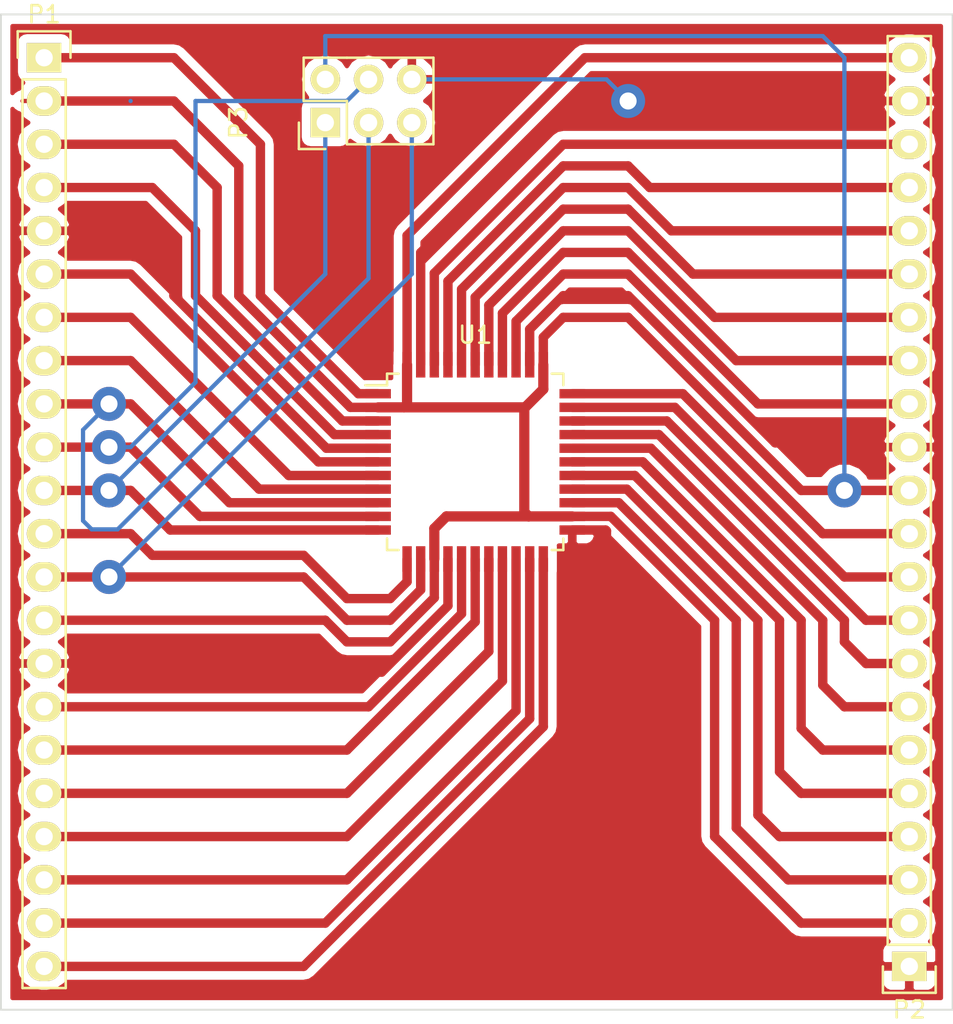
<source format=kicad_pcb>
(kicad_pcb (version 4) (host pcbnew "(2015-07-24 BZR 5991)-product")

  (general
    (links 58)
    (no_connects 0)
    (area 118.081667 77.055 179.098334 138.695)
    (thickness 1.6)
    (drawings 4)
    (tracks 228)
    (zones 0)
    (modules 4)
    (nets 37)
  )

  (page USLetter)
  (layers
    (0 F.Cu signal)
    (31 B.Cu signal)
    (32 B.Adhes user)
    (33 F.Adhes user)
    (34 B.Paste user)
    (35 F.Paste user)
    (36 B.SilkS user)
    (37 F.SilkS user)
    (38 B.Mask user)
    (39 F.Mask user)
    (40 Dwgs.User user)
    (41 Cmts.User user)
    (42 Eco1.User user)
    (43 Eco2.User user)
    (44 Edge.Cuts user)
    (45 Margin user)
    (46 B.CrtYd user)
    (47 F.CrtYd user)
    (48 B.Fab user)
    (49 F.Fab user)
  )

  (setup
    (last_trace_width 0.55)
    (user_trace_width 0.5)
    (user_trace_width 0.55)
    (user_trace_width 0.6)
    (trace_clearance 0.2)
    (zone_clearance 0.508)
    (zone_45_only no)
    (trace_min 0.2)
    (segment_width 0.2)
    (edge_width 0.1)
    (via_size 0.6)
    (via_drill 0.4)
    (via_min_size 0.4)
    (via_min_drill 0.3)
    (user_via 2 1)
    (uvia_size 0.3)
    (uvia_drill 0.1)
    (uvias_allowed no)
    (uvia_min_size 0.2)
    (uvia_min_drill 0.1)
    (pcb_text_width 0.3)
    (pcb_text_size 1.5 1.5)
    (mod_edge_width 0.15)
    (mod_text_size 1 1)
    (mod_text_width 0.15)
    (pad_size 1.5 1.5)
    (pad_drill 0.6)
    (pad_to_mask_clearance 0)
    (aux_axis_origin 0 0)
    (visible_elements FFFFEF7F)
    (pcbplotparams
      (layerselection 0x00030_80000001)
      (usegerberextensions false)
      (excludeedgelayer true)
      (linewidth 0.100000)
      (plotframeref false)
      (viasonmask false)
      (mode 1)
      (useauxorigin false)
      (hpglpennumber 1)
      (hpglpenspeed 20)
      (hpglpendiameter 15)
      (hpglpenoverlay 2)
      (psnegative false)
      (psa4output false)
      (plotreference true)
      (plotvalue true)
      (plotinvisibletext false)
      (padsonsilk false)
      (subtractmaskfromsilk false)
      (outputformat 1)
      (mirror false)
      (drillshape 1)
      (scaleselection 1)
      (outputdirectory ""))
  )

  (net 0 "")
  (net 1 "Net-(P1-Pad1)")
  (net 2 "Net-(P1-Pad3)")
  (net 3 "Net-(P1-Pad4)")
  (net 4 "Net-(P1-Pad6)")
  (net 5 "Net-(P1-Pad7)")
  (net 6 "Net-(P1-Pad8)")
  (net 7 "Net-(P1-Pad9)")
  (net 8 "Net-(P1-Pad10)")
  (net 9 "Net-(P1-Pad11)")
  (net 10 "Net-(P1-Pad12)")
  (net 11 "Net-(P1-Pad13)")
  (net 12 "Net-(P1-Pad14)")
  (net 13 "Net-(P1-Pad16)")
  (net 14 "Net-(P1-Pad17)")
  (net 15 "Net-(P1-Pad18)")
  (net 16 "Net-(P1-Pad19)")
  (net 17 "Net-(P1-Pad20)")
  (net 18 "Net-(P1-Pad21)")
  (net 19 "Net-(P1-Pad22)")
  (net 20 "Net-(P2-Pad3)")
  (net 21 "Net-(P2-Pad4)")
  (net 22 "Net-(P2-Pad5)")
  (net 23 "Net-(P2-Pad6)")
  (net 24 "Net-(P2-Pad7)")
  (net 25 "Net-(P2-Pad8)")
  (net 26 "Net-(P2-Pad9)")
  (net 27 "Net-(P2-Pad10)")
  (net 28 "Net-(P2-Pad11)")
  (net 29 "Net-(P2-Pad14)")
  (net 30 "Net-(P2-Pad15)")
  (net 31 "Net-(P2-Pad16)")
  (net 32 "Net-(P2-Pad17)")
  (net 33 "Net-(P2-Pad18)")
  (net 34 "Net-(P2-Pad19)")
  (net 35 "Net-(P2-Pad20)")
  (net 36 GND)

  (net_class Default "This is the default net class."
    (clearance 0.2)
    (trace_width 0.25)
    (via_dia 0.6)
    (via_drill 0.4)
    (uvia_dia 0.3)
    (uvia_drill 0.1)
    (add_net GND)
    (add_net "Net-(P1-Pad1)")
    (add_net "Net-(P1-Pad10)")
    (add_net "Net-(P1-Pad11)")
    (add_net "Net-(P1-Pad12)")
    (add_net "Net-(P1-Pad13)")
    (add_net "Net-(P1-Pad14)")
    (add_net "Net-(P1-Pad16)")
    (add_net "Net-(P1-Pad17)")
    (add_net "Net-(P1-Pad18)")
    (add_net "Net-(P1-Pad19)")
    (add_net "Net-(P1-Pad20)")
    (add_net "Net-(P1-Pad21)")
    (add_net "Net-(P1-Pad22)")
    (add_net "Net-(P1-Pad3)")
    (add_net "Net-(P1-Pad4)")
    (add_net "Net-(P1-Pad6)")
    (add_net "Net-(P1-Pad7)")
    (add_net "Net-(P1-Pad8)")
    (add_net "Net-(P1-Pad9)")
    (add_net "Net-(P2-Pad10)")
    (add_net "Net-(P2-Pad11)")
    (add_net "Net-(P2-Pad14)")
    (add_net "Net-(P2-Pad15)")
    (add_net "Net-(P2-Pad16)")
    (add_net "Net-(P2-Pad17)")
    (add_net "Net-(P2-Pad18)")
    (add_net "Net-(P2-Pad19)")
    (add_net "Net-(P2-Pad20)")
    (add_net "Net-(P2-Pad3)")
    (add_net "Net-(P2-Pad4)")
    (add_net "Net-(P2-Pad5)")
    (add_net "Net-(P2-Pad6)")
    (add_net "Net-(P2-Pad7)")
    (add_net "Net-(P2-Pad8)")
    (add_net "Net-(P2-Pad9)")
  )

  (module Pin_Headers:Pin_Header_Straight_1x22 (layer F.Cu) (tedit 55BAFFF8) (tstamp 55BBD78D)
    (at 123.19 81.28)
    (descr "Through hole pin header")
    (tags "pin header")
    (path /55BAE377)
    (fp_text reference P1 (at 0 -2.54) (layer F.SilkS)
      (effects (font (size 1 1) (thickness 0.15)))
    )
    (fp_text value CONN_01X22 (at 0 -3.1) (layer F.Fab) hide
      (effects (font (size 1 1) (thickness 0.15)))
    )
    (fp_line (start -1.75 -1.75) (end -1.75 55.1) (layer F.CrtYd) (width 0.05))
    (fp_line (start 1.75 -1.75) (end 1.75 55.1) (layer F.CrtYd) (width 0.05))
    (fp_line (start -1.75 -1.75) (end 1.75 -1.75) (layer F.CrtYd) (width 0.05))
    (fp_line (start -1.75 55.1) (end 1.75 55.1) (layer F.CrtYd) (width 0.05))
    (fp_line (start -1.27 1.27) (end -1.27 54.61) (layer F.SilkS) (width 0.15))
    (fp_line (start -1.27 54.61) (end 1.27 54.61) (layer F.SilkS) (width 0.15))
    (fp_line (start 1.27 54.61) (end 1.27 1.27) (layer F.SilkS) (width 0.15))
    (fp_line (start 1.55 -1.55) (end 1.55 0) (layer F.SilkS) (width 0.15))
    (fp_line (start 1.27 1.27) (end -1.27 1.27) (layer F.SilkS) (width 0.15))
    (fp_line (start -1.55 0) (end -1.55 -1.55) (layer F.SilkS) (width 0.15))
    (fp_line (start -1.55 -1.55) (end 1.55 -1.55) (layer F.SilkS) (width 0.15))
    (pad 1 thru_hole rect (at 0 0) (size 2.032 1.7272) (drill 1.016) (layers *.Cu *.Mask F.SilkS)
      (net 1 "Net-(P1-Pad1)"))
    (pad 2 thru_hole oval (at 0 2.54) (size 2.032 1.7272) (drill 1.016) (layers *.Cu *.Mask F.SilkS)
      (net 12 "Net-(P1-Pad14)"))
    (pad 3 thru_hole oval (at 0 5.08) (size 2.032 1.7272) (drill 1.016) (layers *.Cu *.Mask F.SilkS)
      (net 2 "Net-(P1-Pad3)"))
    (pad 4 thru_hole oval (at 0 7.62) (size 2.032 1.7272) (drill 1.016) (layers *.Cu *.Mask F.SilkS)
      (net 3 "Net-(P1-Pad4)"))
    (pad 5 thru_hole oval (at 0 10.16) (size 2.032 1.7272) (drill 1.016) (layers *.Cu *.Mask F.SilkS)
      (net 36 GND))
    (pad 6 thru_hole oval (at 0 12.7) (size 2.032 1.7272) (drill 1.016) (layers *.Cu *.Mask F.SilkS)
      (net 4 "Net-(P1-Pad6)"))
    (pad 7 thru_hole oval (at 0 15.24) (size 2.032 1.7272) (drill 1.016) (layers *.Cu *.Mask F.SilkS)
      (net 5 "Net-(P1-Pad7)"))
    (pad 8 thru_hole oval (at 0 17.78) (size 2.032 1.7272) (drill 1.016) (layers *.Cu *.Mask F.SilkS)
      (net 6 "Net-(P1-Pad8)"))
    (pad 9 thru_hole oval (at 0 20.32) (size 2.032 1.7272) (drill 1.016) (layers *.Cu *.Mask F.SilkS)
      (net 7 "Net-(P1-Pad9)"))
    (pad 10 thru_hole oval (at 0 22.86) (size 2.032 1.7272) (drill 1.016) (layers *.Cu *.Mask F.SilkS)
      (net 8 "Net-(P1-Pad10)"))
    (pad 11 thru_hole oval (at 0 25.4) (size 2.032 1.7272) (drill 1.016) (layers *.Cu *.Mask F.SilkS)
      (net 9 "Net-(P1-Pad11)"))
    (pad 12 thru_hole oval (at 0 27.94) (size 2.032 1.7272) (drill 1.016) (layers *.Cu *.Mask F.SilkS)
      (net 10 "Net-(P1-Pad12)"))
    (pad 13 thru_hole oval (at 0 30.48) (size 2.032 1.7272) (drill 1.016) (layers *.Cu *.Mask F.SilkS)
      (net 11 "Net-(P1-Pad13)"))
    (pad 14 thru_hole oval (at 0 33.02) (size 2.032 1.7272) (drill 1.016) (layers *.Cu *.Mask F.SilkS)
      (net 12 "Net-(P1-Pad14)"))
    (pad 15 thru_hole oval (at 0 35.56) (size 2.032 1.7272) (drill 1.016) (layers *.Cu *.Mask F.SilkS)
      (net 36 GND))
    (pad 16 thru_hole oval (at 0 38.1) (size 2.032 1.7272) (drill 1.016) (layers *.Cu *.Mask F.SilkS)
      (net 13 "Net-(P1-Pad16)"))
    (pad 17 thru_hole oval (at 0 40.64) (size 2.032 1.7272) (drill 1.016) (layers *.Cu *.Mask F.SilkS)
      (net 14 "Net-(P1-Pad17)"))
    (pad 18 thru_hole oval (at 0 43.18) (size 2.032 1.7272) (drill 1.016) (layers *.Cu *.Mask F.SilkS)
      (net 15 "Net-(P1-Pad18)"))
    (pad 19 thru_hole oval (at 0 45.72) (size 2.032 1.7272) (drill 1.016) (layers *.Cu *.Mask F.SilkS)
      (net 16 "Net-(P1-Pad19)"))
    (pad 20 thru_hole oval (at 0 48.26) (size 2.032 1.7272) (drill 1.016) (layers *.Cu *.Mask F.SilkS)
      (net 17 "Net-(P1-Pad20)"))
    (pad 21 thru_hole oval (at 0 50.8) (size 2.032 1.7272) (drill 1.016) (layers *.Cu *.Mask F.SilkS)
      (net 18 "Net-(P1-Pad21)"))
    (pad 22 thru_hole oval (at 0 53.34) (size 2.032 1.7272) (drill 1.016) (layers *.Cu *.Mask F.SilkS)
      (net 19 "Net-(P1-Pad22)"))
    (model Pin_Headers.3dshapes/Pin_Header_Straight_1x22.wrl
      (at (xyz 0 -1.05 0))
      (scale (xyz 1 1 1))
      (rotate (xyz 0 0 90))
    )
  )

  (module Pin_Headers:Pin_Header_Straight_2x03 (layer F.Cu) (tedit 55BAFFDF) (tstamp 55BBD88F)
    (at 139.7 85.09 90)
    (descr "Through hole pin header")
    (tags "pin header")
    (path /55BB0083)
    (fp_text reference P3 (at 0 -5.1 90) (layer F.SilkS)
      (effects (font (size 1 1) (thickness 0.15)))
    )
    (fp_text value CONN_02X03 (at 0 -3.1 90) (layer F.Fab) hide
      (effects (font (size 1 1) (thickness 0.15)))
    )
    (fp_line (start -1.27 1.27) (end -1.27 6.35) (layer F.SilkS) (width 0.15))
    (fp_line (start -1.55 -1.55) (end 0 -1.55) (layer F.SilkS) (width 0.15))
    (fp_line (start -1.75 -1.75) (end -1.75 6.85) (layer F.CrtYd) (width 0.05))
    (fp_line (start 4.3 -1.75) (end 4.3 6.85) (layer F.CrtYd) (width 0.05))
    (fp_line (start -1.75 -1.75) (end 4.3 -1.75) (layer F.CrtYd) (width 0.05))
    (fp_line (start -1.75 6.85) (end 4.3 6.85) (layer F.CrtYd) (width 0.05))
    (fp_line (start 1.27 -1.27) (end 1.27 1.27) (layer F.SilkS) (width 0.15))
    (fp_line (start 1.27 1.27) (end -1.27 1.27) (layer F.SilkS) (width 0.15))
    (fp_line (start -1.27 6.35) (end 3.81 6.35) (layer F.SilkS) (width 0.15))
    (fp_line (start 3.81 6.35) (end 3.81 1.27) (layer F.SilkS) (width 0.15))
    (fp_line (start -1.55 -1.55) (end -1.55 0) (layer F.SilkS) (width 0.15))
    (fp_line (start 3.81 -1.27) (end 1.27 -1.27) (layer F.SilkS) (width 0.15))
    (fp_line (start 3.81 1.27) (end 3.81 -1.27) (layer F.SilkS) (width 0.15))
    (pad 1 thru_hole rect (at 0 0 90) (size 1.7272 1.7272) (drill 1.016) (layers *.Cu *.Mask F.SilkS)
      (net 9 "Net-(P1-Pad11)"))
    (pad 2 thru_hole oval (at 2.54 0 90) (size 1.7272 1.7272) (drill 1.016) (layers *.Cu *.Mask F.SilkS)
      (net 12 "Net-(P1-Pad14)"))
    (pad 3 thru_hole oval (at 0 2.54 90) (size 1.7272 1.7272) (drill 1.016) (layers *.Cu *.Mask F.SilkS)
      (net 7 "Net-(P1-Pad9)"))
    (pad 4 thru_hole oval (at 2.54 2.54 90) (size 1.7272 1.7272) (drill 1.016) (layers *.Cu *.Mask F.SilkS)
      (net 8 "Net-(P1-Pad10)"))
    (pad 5 thru_hole oval (at 0 5.08 90) (size 1.7272 1.7272) (drill 1.016) (layers *.Cu *.Mask F.SilkS)
      (net 11 "Net-(P1-Pad13)"))
    (pad 6 thru_hole oval (at 2.54 5.08 90) (size 1.7272 1.7272) (drill 1.016) (layers *.Cu *.Mask F.SilkS)
      (net 36 GND))
    (model Pin_Headers.3dshapes/Pin_Header_Straight_2x03.wrl
      (at (xyz 0.05 -0.1 0))
      (scale (xyz 1 1 1))
      (rotate (xyz 0 0 90))
    )
  )

  (module Housings_QFP:TQFP-44_10x10mm_Pitch0.8mm (layer F.Cu) (tedit 55BB0026) (tstamp 55BBD8CC)
    (at 148.5011 105.0036)
    (descr "44-Lead Plastic Thin Quad Flatpack (PT) - 10x10x1.0 mm Body [TQFP] (see Microchip Packaging Specification 00000049BS.pdf)")
    (tags "QFP 0.8")
    (path /55BAE349)
    (attr smd)
    (fp_text reference U1 (at 0 -7.45) (layer F.SilkS)
      (effects (font (size 1 1) (thickness 0.15)))
    )
    (fp_text value ATMEGA32U4-A (at 0 7.45) (layer F.Fab) hide
      (effects (font (size 1 1) (thickness 0.15)))
    )
    (fp_line (start -6.7 -6.7) (end -6.7 6.7) (layer F.CrtYd) (width 0.05))
    (fp_line (start 6.7 -6.7) (end 6.7 6.7) (layer F.CrtYd) (width 0.05))
    (fp_line (start -6.7 -6.7) (end 6.7 -6.7) (layer F.CrtYd) (width 0.05))
    (fp_line (start -6.7 6.7) (end 6.7 6.7) (layer F.CrtYd) (width 0.05))
    (fp_line (start -5.175 -5.175) (end -5.175 -4.5) (layer F.SilkS) (width 0.15))
    (fp_line (start 5.175 -5.175) (end 5.175 -4.5) (layer F.SilkS) (width 0.15))
    (fp_line (start 5.175 5.175) (end 5.175 4.5) (layer F.SilkS) (width 0.15))
    (fp_line (start -5.175 5.175) (end -5.175 4.5) (layer F.SilkS) (width 0.15))
    (fp_line (start -5.175 -5.175) (end -4.5 -5.175) (layer F.SilkS) (width 0.15))
    (fp_line (start -5.175 5.175) (end -4.5 5.175) (layer F.SilkS) (width 0.15))
    (fp_line (start 5.175 5.175) (end 4.5 5.175) (layer F.SilkS) (width 0.15))
    (fp_line (start 5.175 -5.175) (end 4.5 -5.175) (layer F.SilkS) (width 0.15))
    (fp_line (start -5.175 -4.5) (end -6.45 -4.5) (layer F.SilkS) (width 0.15))
    (pad 1 smd rect (at -5.7 -4) (size 1.5 0.55) (layers F.Cu F.Paste F.Mask)
      (net 1 "Net-(P1-Pad1)"))
    (pad 2 smd rect (at -5.7 -3.2) (size 1.5 0.55) (layers F.Cu F.Paste F.Mask)
      (net 12 "Net-(P1-Pad14)"))
    (pad 3 smd rect (at -5.7 -2.4) (size 1.5 0.55) (layers F.Cu F.Paste F.Mask)
      (net 2 "Net-(P1-Pad3)"))
    (pad 4 smd rect (at -5.7 -1.6) (size 1.5 0.55) (layers F.Cu F.Paste F.Mask)
      (net 3 "Net-(P1-Pad4)"))
    (pad 5 smd rect (at -5.7 -0.8) (size 1.5 0.55) (layers F.Cu F.Paste F.Mask)
      (net 36 GND))
    (pad 6 smd rect (at -5.7 0) (size 1.5 0.55) (layers F.Cu F.Paste F.Mask)
      (net 4 "Net-(P1-Pad6)"))
    (pad 7 smd rect (at -5.7 0.8) (size 1.5 0.55) (layers F.Cu F.Paste F.Mask)
      (net 5 "Net-(P1-Pad7)"))
    (pad 8 smd rect (at -5.7 1.6) (size 1.5 0.55) (layers F.Cu F.Paste F.Mask)
      (net 6 "Net-(P1-Pad8)"))
    (pad 9 smd rect (at -5.7 2.4) (size 1.5 0.55) (layers F.Cu F.Paste F.Mask)
      (net 7 "Net-(P1-Pad9)"))
    (pad 10 smd rect (at -5.7 3.2) (size 1.5 0.55) (layers F.Cu F.Paste F.Mask)
      (net 8 "Net-(P1-Pad10)"))
    (pad 11 smd rect (at -5.7 4) (size 1.5 0.55) (layers F.Cu F.Paste F.Mask)
      (net 9 "Net-(P1-Pad11)"))
    (pad 12 smd rect (at -4 5.7 90) (size 1.5 0.55) (layers F.Cu F.Paste F.Mask)
      (net 10 "Net-(P1-Pad12)"))
    (pad 13 smd rect (at -3.2 5.7 90) (size 1.5 0.55) (layers F.Cu F.Paste F.Mask)
      (net 11 "Net-(P1-Pad13)"))
    (pad 14 smd rect (at -2.4 5.7 90) (size 1.5 0.55) (layers F.Cu F.Paste F.Mask)
      (net 12 "Net-(P1-Pad14)"))
    (pad 15 smd rect (at -1.6 5.7 90) (size 1.5 0.55) (layers F.Cu F.Paste F.Mask)
      (net 36 GND))
    (pad 16 smd rect (at -0.8 5.7 90) (size 1.5 0.55) (layers F.Cu F.Paste F.Mask)
      (net 13 "Net-(P1-Pad16)"))
    (pad 17 smd rect (at 0 5.7 90) (size 1.5 0.55) (layers F.Cu F.Paste F.Mask)
      (net 14 "Net-(P1-Pad17)"))
    (pad 18 smd rect (at 0.8 5.7 90) (size 1.5 0.55) (layers F.Cu F.Paste F.Mask)
      (net 15 "Net-(P1-Pad18)"))
    (pad 19 smd rect (at 1.6 5.7 90) (size 1.5 0.55) (layers F.Cu F.Paste F.Mask)
      (net 16 "Net-(P1-Pad19)"))
    (pad 20 smd rect (at 2.4 5.7 90) (size 1.5 0.55) (layers F.Cu F.Paste F.Mask)
      (net 17 "Net-(P1-Pad20)"))
    (pad 21 smd rect (at 3.2 5.7 90) (size 1.5 0.55) (layers F.Cu F.Paste F.Mask)
      (net 18 "Net-(P1-Pad21)"))
    (pad 22 smd rect (at 4 5.7 90) (size 1.5 0.55) (layers F.Cu F.Paste F.Mask)
      (net 19 "Net-(P1-Pad22)"))
    (pad 23 smd rect (at 5.7 4) (size 1.5 0.55) (layers F.Cu F.Paste F.Mask)
      (net 36 GND))
    (pad 24 smd rect (at 5.7 3.2) (size 1.5 0.55) (layers F.Cu F.Paste F.Mask)
      (net 12 "Net-(P1-Pad14)"))
    (pad 25 smd rect (at 5.7 2.4) (size 1.5 0.55) (layers F.Cu F.Paste F.Mask)
      (net 20 "Net-(P2-Pad3)"))
    (pad 26 smd rect (at 5.7 1.6) (size 1.5 0.55) (layers F.Cu F.Paste F.Mask)
      (net 21 "Net-(P2-Pad4)"))
    (pad 27 smd rect (at 5.7 0.8) (size 1.5 0.55) (layers F.Cu F.Paste F.Mask)
      (net 22 "Net-(P2-Pad5)"))
    (pad 28 smd rect (at 5.7 0) (size 1.5 0.55) (layers F.Cu F.Paste F.Mask)
      (net 23 "Net-(P2-Pad6)"))
    (pad 29 smd rect (at 5.7 -0.8) (size 1.5 0.55) (layers F.Cu F.Paste F.Mask)
      (net 24 "Net-(P2-Pad7)"))
    (pad 30 smd rect (at 5.7 -1.6) (size 1.5 0.55) (layers F.Cu F.Paste F.Mask)
      (net 25 "Net-(P2-Pad8)"))
    (pad 31 smd rect (at 5.7 -2.4) (size 1.5 0.55) (layers F.Cu F.Paste F.Mask)
      (net 26 "Net-(P2-Pad9)"))
    (pad 32 smd rect (at 5.7 -3.2) (size 1.5 0.55) (layers F.Cu F.Paste F.Mask)
      (net 27 "Net-(P2-Pad10)"))
    (pad 33 smd rect (at 5.7 -4) (size 1.5 0.55) (layers F.Cu F.Paste F.Mask)
      (net 28 "Net-(P2-Pad11)"))
    (pad 34 smd rect (at 4 -5.7 90) (size 1.5 0.55) (layers F.Cu F.Paste F.Mask)
      (net 12 "Net-(P1-Pad14)"))
    (pad 35 smd rect (at 3.2 -5.7 90) (size 1.5 0.55) (layers F.Cu F.Paste F.Mask)
      (net 36 GND))
    (pad 36 smd rect (at 2.4 -5.7 90) (size 1.5 0.55) (layers F.Cu F.Paste F.Mask)
      (net 29 "Net-(P2-Pad14)"))
    (pad 37 smd rect (at 1.6 -5.7 90) (size 1.5 0.55) (layers F.Cu F.Paste F.Mask)
      (net 30 "Net-(P2-Pad15)"))
    (pad 38 smd rect (at 0.8 -5.7 90) (size 1.5 0.55) (layers F.Cu F.Paste F.Mask)
      (net 31 "Net-(P2-Pad16)"))
    (pad 39 smd rect (at 0 -5.7 90) (size 1.5 0.55) (layers F.Cu F.Paste F.Mask)
      (net 32 "Net-(P2-Pad17)"))
    (pad 40 smd rect (at -0.8 -5.7 90) (size 1.5 0.55) (layers F.Cu F.Paste F.Mask)
      (net 33 "Net-(P2-Pad18)"))
    (pad 41 smd rect (at -1.6 -5.7 90) (size 1.5 0.55) (layers F.Cu F.Paste F.Mask)
      (net 34 "Net-(P2-Pad19)"))
    (pad 42 smd rect (at -2.4 -5.7 90) (size 1.5 0.55) (layers F.Cu F.Paste F.Mask)
      (net 35 "Net-(P2-Pad20)"))
    (pad 43 smd rect (at -3.2 -5.7 90) (size 1.5 0.55) (layers F.Cu F.Paste F.Mask)
      (net 36 GND))
    (pad 44 smd rect (at -4 -5.7 90) (size 1.5 0.55) (layers F.Cu F.Paste F.Mask)
      (net 12 "Net-(P1-Pad14)"))
    (model Housings_QFP.3dshapes/TQFP-44_10x10mm_Pitch0.8mm.wrl
      (at (xyz 0 0 0))
      (scale (xyz 1 1 1))
      (rotate (xyz 0 0 0))
    )
  )

  (module Pin_Headers:Pin_Header_Straight_1x22 (layer F.Cu) (tedit 55BAFFF1) (tstamp 55BC198F)
    (at 173.99 134.62 180)
    (descr "Through hole pin header")
    (tags "pin header")
    (path /55BAE3B6)
    (fp_text reference P2 (at 0 -2.54 180) (layer F.SilkS)
      (effects (font (size 1 1) (thickness 0.15)))
    )
    (fp_text value CONN_01X22 (at 0 -3.1 180) (layer F.Fab) hide
      (effects (font (size 1 1) (thickness 0.15)))
    )
    (fp_line (start -1.75 -1.75) (end -1.75 55.1) (layer F.CrtYd) (width 0.05))
    (fp_line (start 1.75 -1.75) (end 1.75 55.1) (layer F.CrtYd) (width 0.05))
    (fp_line (start -1.75 -1.75) (end 1.75 -1.75) (layer F.CrtYd) (width 0.05))
    (fp_line (start -1.75 55.1) (end 1.75 55.1) (layer F.CrtYd) (width 0.05))
    (fp_line (start -1.27 1.27) (end -1.27 54.61) (layer F.SilkS) (width 0.15))
    (fp_line (start -1.27 54.61) (end 1.27 54.61) (layer F.SilkS) (width 0.15))
    (fp_line (start 1.27 54.61) (end 1.27 1.27) (layer F.SilkS) (width 0.15))
    (fp_line (start 1.55 -1.55) (end 1.55 0) (layer F.SilkS) (width 0.15))
    (fp_line (start 1.27 1.27) (end -1.27 1.27) (layer F.SilkS) (width 0.15))
    (fp_line (start -1.55 0) (end -1.55 -1.55) (layer F.SilkS) (width 0.15))
    (fp_line (start -1.55 -1.55) (end 1.55 -1.55) (layer F.SilkS) (width 0.15))
    (pad 1 thru_hole rect (at 0 0 180) (size 2.032 1.7272) (drill 1.016) (layers *.Cu *.Mask F.SilkS)
      (net 36 GND))
    (pad 2 thru_hole oval (at 0 2.54 180) (size 2.032 1.7272) (drill 1.016) (layers *.Cu *.Mask F.SilkS)
      (net 12 "Net-(P1-Pad14)"))
    (pad 3 thru_hole oval (at 0 5.08 180) (size 2.032 1.7272) (drill 1.016) (layers *.Cu *.Mask F.SilkS)
      (net 20 "Net-(P2-Pad3)"))
    (pad 4 thru_hole oval (at 0 7.62 180) (size 2.032 1.7272) (drill 1.016) (layers *.Cu *.Mask F.SilkS)
      (net 21 "Net-(P2-Pad4)"))
    (pad 5 thru_hole oval (at 0 10.16 180) (size 2.032 1.7272) (drill 1.016) (layers *.Cu *.Mask F.SilkS)
      (net 22 "Net-(P2-Pad5)"))
    (pad 6 thru_hole oval (at 0 12.7 180) (size 2.032 1.7272) (drill 1.016) (layers *.Cu *.Mask F.SilkS)
      (net 23 "Net-(P2-Pad6)"))
    (pad 7 thru_hole oval (at 0 15.24 180) (size 2.032 1.7272) (drill 1.016) (layers *.Cu *.Mask F.SilkS)
      (net 24 "Net-(P2-Pad7)"))
    (pad 8 thru_hole oval (at 0 17.78 180) (size 2.032 1.7272) (drill 1.016) (layers *.Cu *.Mask F.SilkS)
      (net 25 "Net-(P2-Pad8)"))
    (pad 9 thru_hole oval (at 0 20.32 180) (size 2.032 1.7272) (drill 1.016) (layers *.Cu *.Mask F.SilkS)
      (net 26 "Net-(P2-Pad9)"))
    (pad 10 thru_hole oval (at 0 22.86 180) (size 2.032 1.7272) (drill 1.016) (layers *.Cu *.Mask F.SilkS)
      (net 27 "Net-(P2-Pad10)"))
    (pad 11 thru_hole oval (at 0 25.4 180) (size 2.032 1.7272) (drill 1.016) (layers *.Cu *.Mask F.SilkS)
      (net 28 "Net-(P2-Pad11)"))
    (pad 12 thru_hole oval (at 0 27.94 180) (size 2.032 1.7272) (drill 1.016) (layers *.Cu *.Mask F.SilkS)
      (net 12 "Net-(P1-Pad14)"))
    (pad 13 thru_hole oval (at 0 30.48 180) (size 2.032 1.7272) (drill 1.016) (layers *.Cu *.Mask F.SilkS)
      (net 36 GND))
    (pad 14 thru_hole oval (at 0 33.02 180) (size 2.032 1.7272) (drill 1.016) (layers *.Cu *.Mask F.SilkS)
      (net 29 "Net-(P2-Pad14)"))
    (pad 15 thru_hole oval (at 0 35.56 180) (size 2.032 1.7272) (drill 1.016) (layers *.Cu *.Mask F.SilkS)
      (net 30 "Net-(P2-Pad15)"))
    (pad 16 thru_hole oval (at 0 38.1 180) (size 2.032 1.7272) (drill 1.016) (layers *.Cu *.Mask F.SilkS)
      (net 31 "Net-(P2-Pad16)"))
    (pad 17 thru_hole oval (at 0 40.64 180) (size 2.032 1.7272) (drill 1.016) (layers *.Cu *.Mask F.SilkS)
      (net 32 "Net-(P2-Pad17)"))
    (pad 18 thru_hole oval (at 0 43.18 180) (size 2.032 1.7272) (drill 1.016) (layers *.Cu *.Mask F.SilkS)
      (net 33 "Net-(P2-Pad18)"))
    (pad 19 thru_hole oval (at 0 45.72 180) (size 2.032 1.7272) (drill 1.016) (layers *.Cu *.Mask F.SilkS)
      (net 34 "Net-(P2-Pad19)"))
    (pad 20 thru_hole oval (at 0 48.26 180) (size 2.032 1.7272) (drill 1.016) (layers *.Cu *.Mask F.SilkS)
      (net 35 "Net-(P2-Pad20)"))
    (pad 21 thru_hole oval (at 0 50.8 180) (size 2.032 1.7272) (drill 1.016) (layers *.Cu *.Mask F.SilkS)
      (net 36 GND))
    (pad 22 thru_hole oval (at 0 53.34 180) (size 2.032 1.7272) (drill 1.016) (layers *.Cu *.Mask F.SilkS)
      (net 12 "Net-(P1-Pad14)"))
    (model Pin_Headers.3dshapes/Pin_Header_Straight_1x22.wrl
      (at (xyz 0 -1.05 0))
      (scale (xyz 1 1 1))
      (rotate (xyz 0 0 90))
    )
  )

  (gr_line (start 120.65 137.16) (end 120.65 78.74) (angle 90) (layer Edge.Cuts) (width 0.1))
  (gr_line (start 176.53 137.16) (end 120.65 137.16) (angle 90) (layer Edge.Cuts) (width 0.1))
  (gr_line (start 176.53 78.74) (end 176.53 137.16) (angle 90) (layer Edge.Cuts) (width 0.1))
  (gr_line (start 120.65 78.74) (end 176.53 78.74) (angle 90) (layer Edge.Cuts) (width 0.1))

  (segment (start 128.27 83.82) (end 128.27 83.82) (width 0.25) (layer B.Cu) (net 0) (tstamp 55BD0E07))
  (segment (start 142.8011 101.0036) (end 141.6436 101.0036) (width 0.55) (layer F.Cu) (net 1))
  (segment (start 141.6436 101.0036) (end 135.89 95.25) (width 0.55) (layer F.Cu) (net 1) (tstamp 55BBDC3C))
  (segment (start 135.89 95.25) (end 135.89 86.36) (width 0.55) (layer F.Cu) (net 1) (tstamp 55BBDC3D))
  (segment (start 135.89 86.36) (end 130.81 81.28) (width 0.55) (layer F.Cu) (net 1) (tstamp 55BBDC3F))
  (segment (start 130.81 81.28) (end 123.19 81.28) (width 0.55) (layer F.Cu) (net 1) (tstamp 55BBDC41))
  (segment (start 142.8011 102.6036) (end 140.7036 102.6036) (width 0.55) (layer F.Cu) (net 2))
  (segment (start 140.7036 102.6036) (end 133.35 95.25) (width 0.55) (layer F.Cu) (net 2) (tstamp 55BBDC4F))
  (segment (start 133.35 95.25) (end 133.35 88.9) (width 0.55) (layer F.Cu) (net 2) (tstamp 55BBDC51))
  (segment (start 133.35 88.9) (end 130.81 86.36) (width 0.55) (layer F.Cu) (net 2) (tstamp 55BBDC53))
  (segment (start 130.81 86.36) (end 123.19 86.36) (width 0.55) (layer F.Cu) (net 2) (tstamp 55BBDC55))
  (segment (start 142.8011 103.4036) (end 140.2336 103.4036) (width 0.55) (layer F.Cu) (net 3))
  (segment (start 140.2336 103.4036) (end 132.08 95.25) (width 0.55) (layer F.Cu) (net 3) (tstamp 55BBDC59))
  (segment (start 132.08 95.25) (end 132.08 91.44) (width 0.55) (layer F.Cu) (net 3) (tstamp 55BBDC5B))
  (segment (start 132.08 91.44) (end 129.54 88.9) (width 0.55) (layer F.Cu) (net 3) (tstamp 55BBDC5D))
  (segment (start 129.54 88.9) (end 123.19 88.9) (width 0.55) (layer F.Cu) (net 3) (tstamp 55BBDC5F))
  (segment (start 142.8011 105.0036) (end 139.2936 105.0036) (width 0.55) (layer F.Cu) (net 4))
  (segment (start 139.2936 105.0036) (end 128.27 93.98) (width 0.55) (layer F.Cu) (net 4) (tstamp 55BBDC6D))
  (segment (start 128.27 93.98) (end 123.19 93.98) (width 0.55) (layer F.Cu) (net 4) (tstamp 55BBDC6F))
  (segment (start 142.8011 105.8036) (end 137.5536 105.8036) (width 0.55) (layer F.Cu) (net 5))
  (segment (start 137.5536 105.8036) (end 128.27 96.52) (width 0.55) (layer F.Cu) (net 5) (tstamp 55BBDC73))
  (segment (start 128.27 96.52) (end 123.19 96.52) (width 0.55) (layer F.Cu) (net 5) (tstamp 55BBDC75))
  (segment (start 142.8011 106.6036) (end 135.8136 106.6036) (width 0.55) (layer F.Cu) (net 6))
  (segment (start 135.8136 106.6036) (end 128.27 99.06) (width 0.55) (layer F.Cu) (net 6) (tstamp 55BBDC79))
  (segment (start 128.27 99.06) (end 123.19 99.06) (width 0.55) (layer F.Cu) (net 6) (tstamp 55BBDC7B))
  (segment (start 142.24 85.09) (end 142.24 94.234) (width 0.25) (layer B.Cu) (net 7))
  (via (at 127 101.6) (size 2) (drill 1) (layers F.Cu B.Cu) (net 7))
  (segment (start 125.476 103.124) (end 127 101.6) (width 0.25) (layer B.Cu) (net 7) (tstamp 55BD0E3B))
  (segment (start 125.476 108.458) (end 125.476 103.124) (width 0.25) (layer B.Cu) (net 7) (tstamp 55BD0E3A))
  (segment (start 125.984 108.966) (end 125.476 108.458) (width 0.25) (layer B.Cu) (net 7) (tstamp 55BD0E39))
  (segment (start 127.508 108.966) (end 125.984 108.966) (width 0.25) (layer B.Cu) (net 7) (tstamp 55BD0E37))
  (segment (start 142.24 94.234) (end 127.508 108.966) (width 0.25) (layer B.Cu) (net 7) (tstamp 55BD0E35))
  (segment (start 142.8011 107.4036) (end 134.0736 107.4036) (width 0.55) (layer F.Cu) (net 7))
  (segment (start 134.0736 107.4036) (end 128.27 101.6) (width 0.55) (layer F.Cu) (net 7) (tstamp 55BBDC7F))
  (segment (start 128.27 101.6) (end 127 101.6) (width 0.55) (layer F.Cu) (net 7) (tstamp 55BBDC81))
  (segment (start 127 101.6) (end 123.19 101.6) (width 0.55) (layer F.Cu) (net 7) (tstamp 55BD0E40))
  (segment (start 127 104.14) (end 128.27 104.14) (width 0.25) (layer B.Cu) (net 8))
  (via (at 127 104.14) (size 2) (drill 1) (layers F.Cu B.Cu) (net 8))
  (segment (start 132.08 100.33) (end 132.08 83.82) (width 0.25) (layer B.Cu) (net 8) (tstamp 55BD0E24))
  (segment (start 128.27 104.14) (end 132.08 100.33) (width 0.25) (layer B.Cu) (net 8) (tstamp 55BD0E22))
  (segment (start 142.24 82.55) (end 140.97 83.82) (width 0.25) (layer B.Cu) (net 8))
  (segment (start 140.97 83.82) (end 132.08 83.82) (width 0.25) (layer B.Cu) (net 8) (tstamp 55BD0E06))
  (segment (start 142.8011 108.2036) (end 132.3336 108.2036) (width 0.55) (layer F.Cu) (net 8))
  (segment (start 132.3336 108.2036) (end 128.27 104.14) (width 0.55) (layer F.Cu) (net 8) (tstamp 55BBDC85))
  (segment (start 128.27 104.14) (end 127 104.14) (width 0.55) (layer F.Cu) (net 8) (tstamp 55BBDC87))
  (segment (start 127 104.14) (end 123.19 104.14) (width 0.55) (layer F.Cu) (net 8) (tstamp 55BD0E0E))
  (segment (start 139.7 85.09) (end 139.7 93.98) (width 0.25) (layer B.Cu) (net 9))
  (via (at 127 106.68) (size 2) (drill 1) (layers F.Cu B.Cu) (net 9))
  (segment (start 139.7 93.98) (end 127 106.68) (width 0.25) (layer B.Cu) (net 9) (tstamp 55BD0DD4))
  (segment (start 142.8011 109.0036) (end 130.5936 109.0036) (width 0.55) (layer F.Cu) (net 9))
  (segment (start 130.5936 109.0036) (end 128.27 106.68) (width 0.55) (layer F.Cu) (net 9) (tstamp 55BBDC8B))
  (segment (start 128.27 106.68) (end 127 106.68) (width 0.55) (layer F.Cu) (net 9) (tstamp 55BBDC8D))
  (segment (start 127 106.68) (end 123.19 106.68) (width 0.55) (layer F.Cu) (net 9) (tstamp 55BD0DD9))
  (segment (start 144.5011 110.7036) (end 144.5011 112.0389) (width 0.55) (layer F.Cu) (net 10))
  (segment (start 144.5011 112.0389) (end 143.51 113.03) (width 0.55) (layer F.Cu) (net 10) (tstamp 55BBDC91))
  (segment (start 143.51 113.03) (end 140.97 113.03) (width 0.55) (layer F.Cu) (net 10) (tstamp 55BBDC92))
  (segment (start 140.97 113.03) (end 138.43 110.49) (width 0.55) (layer F.Cu) (net 10) (tstamp 55BBDC93))
  (segment (start 138.43 110.49) (end 129.54 110.49) (width 0.55) (layer F.Cu) (net 10) (tstamp 55BBDC95))
  (segment (start 129.54 110.49) (end 128.27 109.22) (width 0.55) (layer F.Cu) (net 10) (tstamp 55BBDC97))
  (segment (start 128.27 109.22) (end 123.19 109.22) (width 0.55) (layer F.Cu) (net 10) (tstamp 55BBDC99))
  (segment (start 144.78 85.09) (end 144.78 93.98) (width 0.25) (layer B.Cu) (net 11))
  (via (at 127 111.76) (size 2) (drill 1) (layers F.Cu B.Cu) (net 11))
  (segment (start 144.78 93.98) (end 127 111.76) (width 0.25) (layer B.Cu) (net 11) (tstamp 55BD0DE9))
  (segment (start 145.3011 110.7036) (end 145.3011 112.5089) (width 0.55) (layer F.Cu) (net 11))
  (segment (start 145.3011 112.5089) (end 143.51 114.3) (width 0.55) (layer F.Cu) (net 11) (tstamp 55BBDC9D))
  (segment (start 143.51 114.3) (end 140.97 114.3) (width 0.55) (layer F.Cu) (net 11) (tstamp 55BBDC9F))
  (segment (start 140.97 114.3) (end 138.43 111.76) (width 0.55) (layer F.Cu) (net 11) (tstamp 55BBDCA1))
  (segment (start 138.43 111.76) (end 127 111.76) (width 0.55) (layer F.Cu) (net 11) (tstamp 55BBDCA3))
  (segment (start 127 111.76) (end 123.19 111.76) (width 0.55) (layer F.Cu) (net 11) (tstamp 55BD0DEE))
  (segment (start 146.8124 108.2036) (end 151.6376 108.2036) (width 0.6) (layer F.Cu) (net 12) (tstamp 55BD0F49))
  (segment (start 146.1011 108.9149) (end 146.8124 108.2036) (width 0.6) (layer F.Cu) (net 12) (tstamp 55BD0F48))
  (segment (start 146.1011 110.7036) (end 146.1011 108.9149) (width 0.6) (layer F.Cu) (net 12))
  (segment (start 154.2011 108.2036) (end 151.6376 108.2036) (width 0.6) (layer F.Cu) (net 12))
  (segment (start 151.384 107.95) (end 151.384 101.8036) (width 0.6) (layer F.Cu) (net 12) (tstamp 55BD0F43))
  (segment (start 151.6376 108.2036) (end 151.384 107.95) (width 0.6) (layer F.Cu) (net 12) (tstamp 55BD0F42))
  (segment (start 152.5011 99.3036) (end 152.5011 100.7369) (width 0.6) (layer F.Cu) (net 12))
  (segment (start 152.5011 100.7369) (end 151.4344 101.8036) (width 0.6) (layer F.Cu) (net 12) (tstamp 55BD0F3E))
  (segment (start 151.4344 101.8036) (end 151.384 101.8036) (width 0.6) (layer F.Cu) (net 12) (tstamp 55BD0F3F))
  (segment (start 151.384 101.8036) (end 144.3224 101.8036) (width 0.6) (layer F.Cu) (net 12) (tstamp 55BD0F46))
  (segment (start 142.8011 101.8036) (end 144.3224 101.8036) (width 0.6) (layer F.Cu) (net 12))
  (segment (start 144.5011 101.6249) (end 144.5011 99.3036) (width 0.6) (layer F.Cu) (net 12) (tstamp 55BD0F3B))
  (segment (start 144.3224 101.8036) (end 144.5011 101.6249) (width 0.6) (layer F.Cu) (net 12) (tstamp 55BD0F3A))
  (segment (start 142.8011 101.8036) (end 141.1736 101.8036) (width 0.55) (layer F.Cu) (net 12))
  (segment (start 130.81 83.82) (end 123.19 83.82) (width 0.55) (layer F.Cu) (net 12) (tstamp 55BBDC4B))
  (segment (start 134.62 87.63) (end 130.81 83.82) (width 0.55) (layer F.Cu) (net 12) (tstamp 55BBDC49))
  (segment (start 134.62 95.25) (end 134.62 87.63) (width 0.55) (layer F.Cu) (net 12) (tstamp 55BBDC47))
  (segment (start 141.1736 101.8036) (end 134.62 95.25) (width 0.55) (layer F.Cu) (net 12) (tstamp 55BBDC45))
  (segment (start 121.92 83.82) (end 123.19 83.82) (width 0.25) (layer F.Cu) (net 12) (tstamp 55BBDAA1) (status 20))
  (segment (start 146.1011 110.7036) (end 146.1011 112.9789) (width 0.55) (layer F.Cu) (net 12))
  (segment (start 146.1011 112.9789) (end 143.51 115.57) (width 0.55) (layer F.Cu) (net 12) (tstamp 55BBDCA7))
  (segment (start 143.51 115.57) (end 140.97 115.57) (width 0.55) (layer F.Cu) (net 12) (tstamp 55BBDCA9))
  (segment (start 140.97 115.57) (end 139.7 114.3) (width 0.55) (layer F.Cu) (net 12) (tstamp 55BBDCAB))
  (segment (start 139.7 114.3) (end 123.19 114.3) (width 0.55) (layer F.Cu) (net 12) (tstamp 55BBDCAD))
  (segment (start 154.2011 108.2036) (end 156.4636 108.2036) (width 0.55) (layer F.Cu) (net 12))
  (segment (start 156.4636 108.2036) (end 162.56 114.3) (width 0.55) (layer F.Cu) (net 12) (tstamp 55BC19BD))
  (segment (start 162.56 114.3) (end 162.56 127) (width 0.55) (layer F.Cu) (net 12) (tstamp 55BC19BF))
  (segment (start 162.56 127) (end 167.64 132.08) (width 0.55) (layer F.Cu) (net 12) (tstamp 55BC19C1))
  (segment (start 167.64 132.08) (end 173.99 132.08) (width 0.55) (layer F.Cu) (net 12) (tstamp 55BC19C3) (status 20))
  (segment (start 139.7 82.55) (end 139.7 80.01) (width 0.25) (layer B.Cu) (net 12))
  (via (at 170.18 106.68) (size 2) (drill 1) (layers F.Cu B.Cu) (net 12))
  (segment (start 170.18 81.28) (end 170.18 106.68) (width 0.25) (layer B.Cu) (net 12) (tstamp 55BD0DE2))
  (segment (start 168.91 80.01) (end 170.18 81.28) (width 0.25) (layer B.Cu) (net 12) (tstamp 55BD0DE0))
  (segment (start 139.7 80.01) (end 168.91 80.01) (width 0.25) (layer B.Cu) (net 12) (tstamp 55BD0DDE))
  (segment (start 139.7 80.01) (end 139.7 80.01) (width 0.25) (layer B.Cu) (net 12) (tstamp 55BD0DDC))
  (segment (start 152.5011 99.3036) (end 152.5011 97.6889) (width 0.55) (layer F.Cu) (net 12))
  (segment (start 152.5011 97.6889) (end 153.67 96.52) (width 0.55) (layer F.Cu) (net 12) (tstamp 55BC1A86))
  (segment (start 153.67 96.52) (end 157.48 96.52) (width 0.55) (layer F.Cu) (net 12) (tstamp 55BC1A87))
  (segment (start 157.48 96.52) (end 167.64 106.68) (width 0.55) (layer F.Cu) (net 12) (tstamp 55BC1A88))
  (segment (start 167.64 106.68) (end 170.18 106.68) (width 0.55) (layer F.Cu) (net 12) (tstamp 55BC1A8A))
  (segment (start 170.18 106.68) (end 173.99 106.68) (width 0.55) (layer F.Cu) (net 12) (tstamp 55BD0DE7))
  (segment (start 144.5011 99.3036) (end 144.5011 91.7189) (width 0.55) (layer F.Cu) (net 12))
  (segment (start 154.94 81.28) (end 173.99 81.28) (width 0.55) (layer F.Cu) (net 12) (tstamp 55BC1AE2))
  (segment (start 144.5011 91.7189) (end 154.94 81.28) (width 0.55) (layer F.Cu) (net 12) (tstamp 55BC1AE0))
  (segment (start 147.7011 110.7036) (end 147.7011 113.9189) (width 0.55) (layer F.Cu) (net 13))
  (segment (start 147.7011 113.9189) (end 142.24 119.38) (width 0.55) (layer F.Cu) (net 13) (tstamp 55BBDCB7))
  (segment (start 142.24 119.38) (end 123.19 119.38) (width 0.55) (layer F.Cu) (net 13) (tstamp 55BBDCB9))
  (segment (start 148.5011 110.7036) (end 148.5011 114.3889) (width 0.55) (layer F.Cu) (net 14))
  (segment (start 148.5011 114.3889) (end 140.97 121.92) (width 0.55) (layer F.Cu) (net 14) (tstamp 55BBDCBD))
  (segment (start 140.97 121.92) (end 123.19 121.92) (width 0.55) (layer F.Cu) (net 14) (tstamp 55BBDCBF))
  (segment (start 149.3011 110.7036) (end 149.3011 116.1289) (width 0.55) (layer F.Cu) (net 15))
  (segment (start 149.3011 116.1289) (end 140.97 124.46) (width 0.55) (layer F.Cu) (net 15) (tstamp 55BBDCC3))
  (segment (start 140.97 124.46) (end 123.19 124.46) (width 0.55) (layer F.Cu) (net 15) (tstamp 55BBDCC5))
  (segment (start 150.1011 110.7036) (end 150.1011 117.8689) (width 0.55) (layer F.Cu) (net 16))
  (segment (start 150.1011 117.8689) (end 140.97 127) (width 0.55) (layer F.Cu) (net 16) (tstamp 55BBDCC9))
  (segment (start 140.97 127) (end 123.19 127) (width 0.55) (layer F.Cu) (net 16) (tstamp 55BBDCCB))
  (segment (start 150.9011 110.7036) (end 150.9011 119.6089) (width 0.55) (layer F.Cu) (net 17))
  (segment (start 150.9011 119.6089) (end 140.97 129.54) (width 0.55) (layer F.Cu) (net 17) (tstamp 55BBDCCF))
  (segment (start 140.97 129.54) (end 123.19 129.54) (width 0.55) (layer F.Cu) (net 17) (tstamp 55BBDCD1))
  (segment (start 151.7011 110.7036) (end 151.7011 120.0789) (width 0.55) (layer F.Cu) (net 18))
  (segment (start 151.7011 120.0789) (end 139.7 132.08) (width 0.55) (layer F.Cu) (net 18) (tstamp 55BBDCD5))
  (segment (start 139.7 132.08) (end 123.19 132.08) (width 0.55) (layer F.Cu) (net 18) (tstamp 55BBDCD7))
  (segment (start 152.5011 110.7036) (end 152.5011 120.5489) (width 0.55) (layer F.Cu) (net 19))
  (segment (start 152.5011 120.5489) (end 138.43 134.62) (width 0.55) (layer F.Cu) (net 19) (tstamp 55BBDCDB))
  (segment (start 138.43 134.62) (end 123.19 134.62) (width 0.55) (layer F.Cu) (net 19) (tstamp 55BBDCDD))
  (segment (start 154.2011 107.4036) (end 156.9336 107.4036) (width 0.55) (layer F.Cu) (net 20))
  (segment (start 156.9336 107.4036) (end 163.83 114.3) (width 0.55) (layer F.Cu) (net 20) (tstamp 55BC19C7))
  (segment (start 163.83 114.3) (end 163.83 126.492) (width 0.55) (layer F.Cu) (net 20) (tstamp 55BC19C9))
  (segment (start 163.83 126.492) (end 166.878 129.54) (width 0.55) (layer F.Cu) (net 20) (tstamp 55BC19CB))
  (segment (start 166.878 129.54) (end 173.99 129.54) (width 0.55) (layer F.Cu) (net 20) (tstamp 55BC19CD) (status 20))
  (segment (start 165.1 114.3) (end 165.1 125.73) (width 0.55) (layer F.Cu) (net 21))
  (segment (start 165.1 125.73) (end 166.37 127) (width 0.55) (layer F.Cu) (net 21) (tstamp 55BC19DC))
  (segment (start 166.37 127) (end 173.99 127) (width 0.55) (layer F.Cu) (net 21) (tstamp 55BC19DE) (status 20))
  (segment (start 154.2011 106.6036) (end 157.4036 106.6036) (width 0.55) (layer F.Cu) (net 21))
  (segment (start 157.4036 106.6036) (end 165.1 114.3) (width 0.55) (layer F.Cu) (net 21) (tstamp 55BC19D1))
  (segment (start 154.2011 105.8036) (end 157.8736 105.8036) (width 0.55) (layer F.Cu) (net 22))
  (segment (start 157.8736 105.8036) (end 166.37 114.3) (width 0.55) (layer F.Cu) (net 22) (tstamp 55BC19E2))
  (segment (start 166.37 114.3) (end 166.37 123.19) (width 0.55) (layer F.Cu) (net 22) (tstamp 55BC19E4))
  (segment (start 166.37 123.19) (end 167.64 124.46) (width 0.55) (layer F.Cu) (net 22) (tstamp 55BC19E6))
  (segment (start 167.64 124.46) (end 173.99 124.46) (width 0.55) (layer F.Cu) (net 22) (tstamp 55BC19E8) (status 20))
  (segment (start 154.2011 105.0036) (end 158.3436 105.0036) (width 0.55) (layer F.Cu) (net 23))
  (segment (start 158.3436 105.0036) (end 167.64 114.3) (width 0.55) (layer F.Cu) (net 23) (tstamp 55BC19F1))
  (segment (start 167.64 114.3) (end 167.64 120.65) (width 0.55) (layer F.Cu) (net 23) (tstamp 55BC19F3))
  (segment (start 167.64 120.65) (end 168.91 121.92) (width 0.55) (layer F.Cu) (net 23) (tstamp 55BC19F5))
  (segment (start 168.91 121.92) (end 173.99 121.92) (width 0.55) (layer F.Cu) (net 23) (tstamp 55BC19F7) (status 20))
  (segment (start 154.2011 104.2036) (end 158.8136 104.2036) (width 0.55) (layer F.Cu) (net 24))
  (segment (start 158.8136 104.2036) (end 168.91 114.3) (width 0.55) (layer F.Cu) (net 24) (tstamp 55BC1A00))
  (segment (start 168.91 114.3) (end 168.91 118.11) (width 0.55) (layer F.Cu) (net 24) (tstamp 55BC1A02))
  (segment (start 168.91 118.11) (end 170.18 119.38) (width 0.55) (layer F.Cu) (net 24) (tstamp 55BC1A04))
  (segment (start 170.18 119.38) (end 173.99 119.38) (width 0.55) (layer F.Cu) (net 24) (tstamp 55BC1A06) (status 20))
  (segment (start 154.2011 103.4036) (end 159.2836 103.4036) (width 0.55) (layer F.Cu) (net 25))
  (segment (start 159.2836 103.4036) (end 170.18 114.3) (width 0.55) (layer F.Cu) (net 25) (tstamp 55BC1A0A))
  (segment (start 170.18 114.3) (end 170.18 115.57) (width 0.55) (layer F.Cu) (net 25) (tstamp 55BC1A0C))
  (segment (start 170.18 115.57) (end 171.45 116.84) (width 0.55) (layer F.Cu) (net 25) (tstamp 55BC1A0E))
  (segment (start 171.45 116.84) (end 173.99 116.84) (width 0.55) (layer F.Cu) (net 25) (tstamp 55BC1A10) (status 20))
  (segment (start 154.2011 102.6036) (end 159.7536 102.6036) (width 0.55) (layer F.Cu) (net 26))
  (segment (start 159.7536 102.6036) (end 171.45 114.3) (width 0.55) (layer F.Cu) (net 26) (tstamp 55BC1A14))
  (segment (start 171.45 114.3) (end 173.99 114.3) (width 0.55) (layer F.Cu) (net 26) (tstamp 55BC1A16) (status 20))
  (segment (start 154.2011 101.8036) (end 160.2236 101.8036) (width 0.55) (layer F.Cu) (net 27))
  (segment (start 160.2236 101.8036) (end 170.18 111.76) (width 0.55) (layer F.Cu) (net 27) (tstamp 55BC1A1A))
  (segment (start 170.18 111.76) (end 173.99 111.76) (width 0.55) (layer F.Cu) (net 27) (tstamp 55BC1A1C) (status 20))
  (segment (start 154.2011 101.0036) (end 160.6936 101.0036) (width 0.55) (layer F.Cu) (net 28))
  (segment (start 160.6936 101.0036) (end 168.91 109.22) (width 0.55) (layer F.Cu) (net 28) (tstamp 55BC1A20))
  (segment (start 168.91 109.22) (end 173.99 109.22) (width 0.55) (layer F.Cu) (net 28) (tstamp 55BC1A22) (status 20))
  (segment (start 150.9011 99.3036) (end 150.9011 96.7489) (width 0.55) (layer F.Cu) (net 29))
  (segment (start 150.9011 96.7489) (end 153.67 93.98) (width 0.55) (layer F.Cu) (net 29) (tstamp 55BC1A98))
  (segment (start 153.67 93.98) (end 157.48 93.98) (width 0.55) (layer F.Cu) (net 29) (tstamp 55BC1A9A))
  (segment (start 157.48 93.98) (end 165.1 101.6) (width 0.55) (layer F.Cu) (net 29) (tstamp 55BC1A9C))
  (segment (start 165.1 101.6) (end 173.99 101.6) (width 0.55) (layer F.Cu) (net 29) (tstamp 55BC1A9E))
  (segment (start 150.1011 99.3036) (end 150.1011 96.2789) (width 0.55) (layer F.Cu) (net 30))
  (segment (start 150.1011 96.2789) (end 153.67 92.71) (width 0.55) (layer F.Cu) (net 30) (tstamp 55BC1AA2))
  (segment (start 153.67 92.71) (end 157.48 92.71) (width 0.55) (layer F.Cu) (net 30) (tstamp 55BC1AA4))
  (segment (start 157.48 92.71) (end 163.83 99.06) (width 0.55) (layer F.Cu) (net 30) (tstamp 55BC1AA6))
  (segment (start 163.83 99.06) (end 173.99 99.06) (width 0.55) (layer F.Cu) (net 30) (tstamp 55BC1AA8))
  (segment (start 149.3011 99.3036) (end 149.3011 95.8089) (width 0.55) (layer F.Cu) (net 31))
  (segment (start 149.3011 95.8089) (end 153.67 91.44) (width 0.55) (layer F.Cu) (net 31) (tstamp 55BC1AAC))
  (segment (start 153.67 91.44) (end 157.48 91.44) (width 0.55) (layer F.Cu) (net 31) (tstamp 55BC1AAE))
  (segment (start 157.48 91.44) (end 162.56 96.52) (width 0.55) (layer F.Cu) (net 31) (tstamp 55BC1AB0))
  (segment (start 162.56 96.52) (end 173.99 96.52) (width 0.55) (layer F.Cu) (net 31) (tstamp 55BC1AB2))
  (segment (start 148.5011 99.3036) (end 148.5011 95.3389) (width 0.55) (layer F.Cu) (net 32))
  (segment (start 148.5011 95.3389) (end 153.67 90.17) (width 0.55) (layer F.Cu) (net 32) (tstamp 55BC1AB6))
  (segment (start 153.67 90.17) (end 157.48 90.17) (width 0.55) (layer F.Cu) (net 32) (tstamp 55BC1AB8))
  (segment (start 157.48 90.17) (end 161.29 93.98) (width 0.55) (layer F.Cu) (net 32) (tstamp 55BC1ABA))
  (segment (start 161.29 93.98) (end 173.99 93.98) (width 0.55) (layer F.Cu) (net 32) (tstamp 55BC1ABC))
  (segment (start 147.7011 99.3036) (end 147.7011 94.8689) (width 0.55) (layer F.Cu) (net 33))
  (segment (start 147.7011 94.8689) (end 153.67 88.9) (width 0.55) (layer F.Cu) (net 33) (tstamp 55BC1AC0))
  (segment (start 153.67 88.9) (end 157.48 88.9) (width 0.55) (layer F.Cu) (net 33) (tstamp 55BC1AC2))
  (segment (start 157.48 88.9) (end 160.02 91.44) (width 0.55) (layer F.Cu) (net 33) (tstamp 55BC1AC4))
  (segment (start 160.02 91.44) (end 173.99 91.44) (width 0.55) (layer F.Cu) (net 33) (tstamp 55BC1AC6))
  (segment (start 146.9011 99.3036) (end 146.9011 94.3989) (width 0.55) (layer F.Cu) (net 34))
  (segment (start 146.9011 94.3989) (end 153.67 87.63) (width 0.55) (layer F.Cu) (net 34) (tstamp 55BC1ACA))
  (segment (start 153.67 87.63) (end 157.48 87.63) (width 0.55) (layer F.Cu) (net 34) (tstamp 55BC1ACC))
  (segment (start 157.48 87.63) (end 158.75 88.9) (width 0.55) (layer F.Cu) (net 34) (tstamp 55BC1ACE))
  (segment (start 158.75 88.9) (end 173.99 88.9) (width 0.55) (layer F.Cu) (net 34) (tstamp 55BC1AD0))
  (segment (start 146.1011 99.3036) (end 146.1011 93.9289) (width 0.55) (layer F.Cu) (net 35))
  (segment (start 146.1011 93.9289) (end 153.67 86.36) (width 0.55) (layer F.Cu) (net 35) (tstamp 55BC1AD4))
  (segment (start 153.67 86.36) (end 173.99 86.36) (width 0.55) (layer F.Cu) (net 35) (tstamp 55BC1AD6))
  (segment (start 154.94 95.25) (end 157.48 95.25) (width 0.55) (layer F.Cu) (net 36))
  (segment (start 151.7011 97.2189) (end 153.67 95.25) (width 0.55) (layer F.Cu) (net 36) (tstamp 55BD5196))
  (segment (start 153.67 95.25) (end 154.94 95.25) (width 0.55) (layer F.Cu) (net 36) (tstamp 55BD519E))
  (segment (start 151.7011 99.3036) (end 151.7011 97.2189) (width 0.55) (layer F.Cu) (net 36))
  (segment (start 166.116 103.886) (end 166.878 103.886) (width 0.55) (layer F.Cu) (net 36) (tstamp 55BD5294))
  (segment (start 157.48 95.25) (end 166.116 103.886) (width 0.55) (layer F.Cu) (net 36) (tstamp 55BD528E))
  (segment (start 145.3011 99.3036) (end 145.3011 92.7231) (width 0.55) (layer F.Cu) (net 36))
  (segment (start 146.558 91.4662) (end 146.558 91.44) (width 0.55) (layer F.Cu) (net 36) (tstamp 55BD526A))
  (segment (start 145.3011 92.7231) (end 146.558 91.4662) (width 0.55) (layer F.Cu) (net 36) (tstamp 55BD5268))
  (segment (start 154.2011 109.0036) (end 156.160002 109.0036) (width 0.55) (layer F.Cu) (net 36))
  (segment (start 156.21 109.053598) (end 156.21 110.49) (width 0.55) (layer F.Cu) (net 36) (tstamp 55BD524C))
  (segment (start 156.160002 109.0036) (end 156.21 109.053598) (width 0.55) (layer F.Cu) (net 36) (tstamp 55BD5242))
  (segment (start 146.9011 110.7036) (end 146.9011 113.4489) (width 0.55) (layer F.Cu) (net 36))
  (segment (start 143.002 117.348) (end 141.986 117.348) (width 0.55) (layer F.Cu) (net 36) (tstamp 55BD523D))
  (segment (start 146.9011 113.4489) (end 143.002 117.348) (width 0.55) (layer F.Cu) (net 36) (tstamp 55BD523C))
  (segment (start 142.8011 104.2036) (end 139.7636 104.2036) (width 0.55) (layer F.Cu) (net 36))
  (segment (start 139.7636 104.2036) (end 130.81 95.25) (width 0.55) (layer F.Cu) (net 36) (tstamp 55BBDC63))
  (segment (start 130.81 95.25) (end 130.81 92.71) (width 0.55) (layer F.Cu) (net 36) (tstamp 55BBDC65))
  (segment (start 144.78 82.55) (end 156.21 82.55) (width 0.25) (layer B.Cu) (net 36))
  (via (at 157.48 83.82) (size 2) (drill 1) (layers F.Cu B.Cu) (net 36))
  (segment (start 156.21 82.55) (end 157.48 83.82) (width 0.25) (layer B.Cu) (net 36) (tstamp 55BD0DCF))
  (segment (start 157.48 83.82) (end 173.99 83.82) (width 0.25) (layer F.Cu) (net 36) (tstamp 55BC5820))

  (zone (net 36) (net_name GND) (layer F.Cu) (tstamp 55BD0F37) (hatch edge 0.508)
    (connect_pads (clearance 0.508))
    (min_thickness 0.254)
    (fill yes (arc_segments 16) (thermal_gap 0.508) (thermal_bridge_width 0.508))
    (polygon
      (pts
        (xy 176.53 137.16) (xy 120.65 137.16) (xy 120.65 78.74) (xy 176.53 78.74)
      )
    )
    (filled_polygon
      (pts
        (xy 175.845 136.475) (xy 121.335 136.475) (xy 121.335 84.286164) (xy 121.382599 84.357401) (xy 121.629161 84.522148)
        (xy 121.718581 84.539935) (xy 121.945585 84.87967) (xy 122.260366 85.09) (xy 121.945585 85.30033) (xy 121.620729 85.786511)
        (xy 121.506655 86.36) (xy 121.620729 86.933489) (xy 121.945585 87.41967) (xy 122.260366 87.63) (xy 121.945585 87.84033)
        (xy 121.620729 88.326511) (xy 121.506655 88.9) (xy 121.620729 89.473489) (xy 121.945585 89.95967) (xy 122.255069 90.166461)
        (xy 121.839268 90.537964) (xy 121.585291 91.065209) (xy 121.582642 91.080974) (xy 121.703783 91.313) (xy 123.063 91.313)
        (xy 123.063 91.293) (xy 123.317 91.293) (xy 123.317 91.313) (xy 124.676217 91.313) (xy 124.797358 91.080974)
        (xy 124.794709 91.065209) (xy 124.540732 90.537964) (xy 124.124931 90.166461) (xy 124.434415 89.95967) (xy 124.534421 89.81)
        (xy 129.163066 89.81) (xy 131.17 91.816934) (xy 131.17 95.25) (xy 131.23927 95.598242) (xy 131.368334 95.7914)
        (xy 128.913467 93.336533) (xy 128.618242 93.13927) (xy 128.27 93.07) (xy 124.534421 93.07) (xy 124.434415 92.92033)
        (xy 124.124931 92.713539) (xy 124.540732 92.342036) (xy 124.794709 91.814791) (xy 124.797358 91.799026) (xy 124.676217 91.567)
        (xy 123.317 91.567) (xy 123.317 91.587) (xy 123.063 91.587) (xy 123.063 91.567) (xy 121.703783 91.567)
        (xy 121.582642 91.799026) (xy 121.585291 91.814791) (xy 121.839268 92.342036) (xy 122.255069 92.713539) (xy 121.945585 92.92033)
        (xy 121.620729 93.406511) (xy 121.506655 93.98) (xy 121.620729 94.553489) (xy 121.945585 95.03967) (xy 122.260366 95.25)
        (xy 121.945585 95.46033) (xy 121.620729 95.946511) (xy 121.506655 96.52) (xy 121.620729 97.093489) (xy 121.945585 97.57967)
        (xy 122.260366 97.79) (xy 121.945585 98.00033) (xy 121.620729 98.486511) (xy 121.506655 99.06) (xy 121.620729 99.633489)
        (xy 121.945585 100.11967) (xy 122.260366 100.33) (xy 121.945585 100.54033) (xy 121.620729 101.026511) (xy 121.506655 101.6)
        (xy 121.620729 102.173489) (xy 121.945585 102.65967) (xy 122.260366 102.87) (xy 121.945585 103.08033) (xy 121.620729 103.566511)
        (xy 121.506655 104.14) (xy 121.620729 104.713489) (xy 121.945585 105.19967) (xy 122.260366 105.41) (xy 121.945585 105.62033)
        (xy 121.620729 106.106511) (xy 121.506655 106.68) (xy 121.620729 107.253489) (xy 121.945585 107.73967) (xy 122.260366 107.95)
        (xy 121.945585 108.16033) (xy 121.620729 108.646511) (xy 121.506655 109.22) (xy 121.620729 109.793489) (xy 121.945585 110.27967)
        (xy 122.260366 110.49) (xy 121.945585 110.70033) (xy 121.620729 111.186511) (xy 121.506655 111.76) (xy 121.620729 112.333489)
        (xy 121.945585 112.81967) (xy 122.260366 113.03) (xy 121.945585 113.24033) (xy 121.620729 113.726511) (xy 121.506655 114.3)
        (xy 121.620729 114.873489) (xy 121.945585 115.35967) (xy 122.255069 115.566461) (xy 121.839268 115.937964) (xy 121.585291 116.465209)
        (xy 121.582642 116.480974) (xy 121.703783 116.713) (xy 123.063 116.713) (xy 123.063 116.693) (xy 123.317 116.693)
        (xy 123.317 116.713) (xy 124.676217 116.713) (xy 124.797358 116.480974) (xy 124.794709 116.465209) (xy 124.540732 115.937964)
        (xy 124.124931 115.566461) (xy 124.434415 115.35967) (xy 124.534421 115.21) (xy 139.323066 115.21) (xy 140.326533 116.213467)
        (xy 140.621758 116.41073) (xy 140.97 116.48) (xy 143.51 116.48) (xy 143.858242 116.41073) (xy 144.0514 116.281666)
        (xy 141.863066 118.47) (xy 124.534421 118.47) (xy 124.434415 118.32033) (xy 124.124931 118.113539) (xy 124.540732 117.742036)
        (xy 124.794709 117.214791) (xy 124.797358 117.199026) (xy 124.676217 116.967) (xy 123.317 116.967) (xy 123.317 116.987)
        (xy 123.063 116.987) (xy 123.063 116.967) (xy 121.703783 116.967) (xy 121.582642 117.199026) (xy 121.585291 117.214791)
        (xy 121.839268 117.742036) (xy 122.255069 118.113539) (xy 121.945585 118.32033) (xy 121.620729 118.806511) (xy 121.506655 119.38)
        (xy 121.620729 119.953489) (xy 121.945585 120.43967) (xy 122.260366 120.65) (xy 121.945585 120.86033) (xy 121.620729 121.346511)
        (xy 121.506655 121.92) (xy 121.620729 122.493489) (xy 121.945585 122.97967) (xy 122.260366 123.19) (xy 121.945585 123.40033)
        (xy 121.620729 123.886511) (xy 121.506655 124.46) (xy 121.620729 125.033489) (xy 121.945585 125.51967) (xy 122.260366 125.73)
        (xy 121.945585 125.94033) (xy 121.620729 126.426511) (xy 121.506655 127) (xy 121.620729 127.573489) (xy 121.945585 128.05967)
        (xy 122.260366 128.27) (xy 121.945585 128.48033) (xy 121.620729 128.966511) (xy 121.506655 129.54) (xy 121.620729 130.113489)
        (xy 121.945585 130.59967) (xy 122.260366 130.81) (xy 121.945585 131.02033) (xy 121.620729 131.506511) (xy 121.506655 132.08)
        (xy 121.620729 132.653489) (xy 121.945585 133.13967) (xy 122.260366 133.35) (xy 121.945585 133.56033) (xy 121.620729 134.046511)
        (xy 121.506655 134.62) (xy 121.620729 135.193489) (xy 121.945585 135.67967) (xy 122.431766 136.004526) (xy 123.005255 136.1186)
        (xy 123.374745 136.1186) (xy 123.948234 136.004526) (xy 124.434415 135.67967) (xy 124.534421 135.53) (xy 138.43 135.53)
        (xy 138.778242 135.46073) (xy 139.073467 135.263467) (xy 139.431184 134.90575) (xy 172.339 134.90575) (xy 172.339 135.60991)
        (xy 172.435673 135.843299) (xy 172.614302 136.021927) (xy 172.847691 136.1186) (xy 173.70425 136.1186) (xy 173.863 135.95985)
        (xy 173.863 134.747) (xy 174.117 134.747) (xy 174.117 135.95985) (xy 174.27575 136.1186) (xy 175.132309 136.1186)
        (xy 175.365698 136.021927) (xy 175.544327 135.843299) (xy 175.641 135.60991) (xy 175.641 134.90575) (xy 175.48225 134.747)
        (xy 174.117 134.747) (xy 173.863 134.747) (xy 173.863 134.747) (xy 172.49775 134.747) (xy 172.339 134.90575)
        (xy 139.431184 134.90575) (xy 153.144567 121.192367) (xy 153.34183 120.897142) (xy 153.376595 120.722367) (xy 153.4111 120.5489)
        (xy 153.4111 111.515632) (xy 153.42354 111.4536) (xy 153.42354 109.9536) (xy 153.415779 109.9136) (xy 153.91535 109.9136)
        (xy 154.0741 109.75485) (xy 154.0741 109.1386) (xy 154.2011 109.1386) (xy 154.264243 109.12604) (xy 154.3481 109.12604)
        (xy 154.3481 109.1306) (xy 154.3281 109.1306) (xy 154.3281 109.75485) (xy 154.48685 109.9136) (xy 155.077409 109.9136)
        (xy 155.310798 109.816927) (xy 155.489427 109.638299) (xy 155.5861 109.40491) (xy 155.5861 109.28935) (xy 155.427352 109.130602)
        (xy 155.5861 109.130602) (xy 155.5861 109.1136) (xy 156.086666 109.1136) (xy 161.65 114.676934) (xy 161.65 127)
        (xy 161.71927 127.348242) (xy 161.916533 127.643467) (xy 166.996533 132.723467) (xy 167.291758 132.92073) (xy 167.64 132.99)
        (xy 172.645579 132.99) (xy 172.745585 133.13967) (xy 172.76778 133.1545) (xy 172.614302 133.218073) (xy 172.435673 133.396701)
        (xy 172.339 133.63009) (xy 172.339 134.33425) (xy 172.49775 134.493) (xy 173.863 134.493) (xy 173.863 134.473)
        (xy 174.117 134.473) (xy 174.117 134.493) (xy 175.48225 134.493) (xy 175.641 134.33425) (xy 175.641 133.63009)
        (xy 175.544327 133.396701) (xy 175.365698 133.218073) (xy 175.21222 133.1545) (xy 175.234415 133.13967) (xy 175.559271 132.653489)
        (xy 175.673345 132.08) (xy 175.559271 131.506511) (xy 175.234415 131.02033) (xy 174.919634 130.81) (xy 175.234415 130.59967)
        (xy 175.559271 130.113489) (xy 175.673345 129.54) (xy 175.559271 128.966511) (xy 175.234415 128.48033) (xy 174.919634 128.27)
        (xy 175.234415 128.05967) (xy 175.559271 127.573489) (xy 175.673345 127) (xy 175.559271 126.426511) (xy 175.234415 125.94033)
        (xy 174.919634 125.73) (xy 175.234415 125.51967) (xy 175.559271 125.033489) (xy 175.673345 124.46) (xy 175.559271 123.886511)
        (xy 175.234415 123.40033) (xy 174.919634 123.19) (xy 175.234415 122.97967) (xy 175.559271 122.493489) (xy 175.673345 121.92)
        (xy 175.559271 121.346511) (xy 175.234415 120.86033) (xy 174.919634 120.65) (xy 175.234415 120.43967) (xy 175.559271 119.953489)
        (xy 175.673345 119.38) (xy 175.559271 118.806511) (xy 175.234415 118.32033) (xy 174.919634 118.11) (xy 175.234415 117.89967)
        (xy 175.559271 117.413489) (xy 175.673345 116.84) (xy 175.559271 116.266511) (xy 175.234415 115.78033) (xy 174.919634 115.57)
        (xy 175.234415 115.35967) (xy 175.559271 114.873489) (xy 175.673345 114.3) (xy 175.559271 113.726511) (xy 175.234415 113.24033)
        (xy 174.919634 113.03) (xy 175.234415 112.81967) (xy 175.559271 112.333489) (xy 175.673345 111.76) (xy 175.559271 111.186511)
        (xy 175.234415 110.70033) (xy 174.919634 110.49) (xy 175.234415 110.27967) (xy 175.559271 109.793489) (xy 175.673345 109.22)
        (xy 175.559271 108.646511) (xy 175.234415 108.16033) (xy 174.919634 107.95) (xy 175.234415 107.73967) (xy 175.559271 107.253489)
        (xy 175.673345 106.68) (xy 175.559271 106.106511) (xy 175.234415 105.62033) (xy 174.924931 105.413539) (xy 175.340732 105.042036)
        (xy 175.594709 104.514791) (xy 175.597358 104.499026) (xy 175.476217 104.267) (xy 174.117 104.267) (xy 174.117 104.287)
        (xy 173.863 104.287) (xy 173.863 104.267) (xy 172.503783 104.267) (xy 172.382642 104.499026) (xy 172.385291 104.514791)
        (xy 172.639268 105.042036) (xy 173.055069 105.413539) (xy 172.745585 105.62033) (xy 172.545352 105.92) (xy 171.635047 105.92)
        (xy 171.566894 105.755057) (xy 171.107363 105.294722) (xy 170.506648 105.045284) (xy 169.856205 105.044716) (xy 169.255057 105.293106)
        (xy 168.794722 105.752637) (xy 168.787512 105.77) (xy 168.016934 105.77) (xy 164.5586 102.311666) (xy 164.751758 102.44073)
        (xy 165.1 102.51) (xy 172.645579 102.51) (xy 172.745585 102.65967) (xy 173.055069 102.866461) (xy 172.639268 103.237964)
        (xy 172.385291 103.765209) (xy 172.382642 103.780974) (xy 172.503783 104.013) (xy 173.863 104.013) (xy 173.863 103.993)
        (xy 174.117 103.993) (xy 174.117 104.013) (xy 175.476217 104.013) (xy 175.597358 103.780974) (xy 175.594709 103.765209)
        (xy 175.340732 103.237964) (xy 174.924931 102.866461) (xy 175.234415 102.65967) (xy 175.559271 102.173489) (xy 175.673345 101.6)
        (xy 175.559271 101.026511) (xy 175.234415 100.54033) (xy 174.919634 100.33) (xy 175.234415 100.11967) (xy 175.559271 99.633489)
        (xy 175.673345 99.06) (xy 175.559271 98.486511) (xy 175.234415 98.00033) (xy 174.919634 97.79) (xy 175.234415 97.57967)
        (xy 175.559271 97.093489) (xy 175.673345 96.52) (xy 175.559271 95.946511) (xy 175.234415 95.46033) (xy 174.919634 95.25)
        (xy 175.234415 95.03967) (xy 175.559271 94.553489) (xy 175.673345 93.98) (xy 175.559271 93.406511) (xy 175.234415 92.92033)
        (xy 174.919634 92.71) (xy 175.234415 92.49967) (xy 175.559271 92.013489) (xy 175.673345 91.44) (xy 175.559271 90.866511)
        (xy 175.234415 90.38033) (xy 174.919634 90.17) (xy 175.234415 89.95967) (xy 175.559271 89.473489) (xy 175.673345 88.9)
        (xy 175.559271 88.326511) (xy 175.234415 87.84033) (xy 174.919634 87.63) (xy 175.234415 87.41967) (xy 175.559271 86.933489)
        (xy 175.673345 86.36) (xy 175.559271 85.786511) (xy 175.234415 85.30033) (xy 174.924931 85.093539) (xy 175.340732 84.722036)
        (xy 175.594709 84.194791) (xy 175.597358 84.179026) (xy 175.476217 83.947) (xy 174.117 83.947) (xy 174.117 83.967)
        (xy 173.863 83.967) (xy 173.863 83.947) (xy 172.503783 83.947) (xy 172.382642 84.179026) (xy 172.385291 84.194791)
        (xy 172.639268 84.722036) (xy 173.055069 85.093539) (xy 172.745585 85.30033) (xy 172.645579 85.45) (xy 153.67 85.45)
        (xy 153.321758 85.51927) (xy 153.026533 85.716533) (xy 145.457633 93.285433) (xy 145.4111 93.355075) (xy 145.4111 92.095834)
        (xy 155.316934 82.19) (xy 172.645579 82.19) (xy 172.745585 82.33967) (xy 173.055069 82.546461) (xy 172.639268 82.917964)
        (xy 172.385291 83.445209) (xy 172.382642 83.460974) (xy 172.503783 83.693) (xy 173.863 83.693) (xy 173.863 83.673)
        (xy 174.117 83.673) (xy 174.117 83.693) (xy 175.476217 83.693) (xy 175.597358 83.460974) (xy 175.594709 83.445209)
        (xy 175.340732 82.917964) (xy 174.924931 82.546461) (xy 175.234415 82.33967) (xy 175.559271 81.853489) (xy 175.673345 81.28)
        (xy 175.559271 80.706511) (xy 175.234415 80.22033) (xy 174.748234 79.895474) (xy 174.174745 79.7814) (xy 173.805255 79.7814)
        (xy 173.231766 79.895474) (xy 172.745585 80.22033) (xy 172.645579 80.37) (xy 154.94 80.37) (xy 154.591758 80.43927)
        (xy 154.296533 80.636533) (xy 143.857633 91.075433) (xy 143.66037 91.370658) (xy 143.5911 91.7189) (xy 143.5911 98.491568)
        (xy 143.57866 98.5536) (xy 143.57866 99.240457) (xy 143.5661 99.3036) (xy 143.5661 100.084168) (xy 143.5511 100.08116)
        (xy 142.0511 100.08116) (xy 142.015082 100.088148) (xy 136.8 94.873066) (xy 136.8 86.36) (xy 136.73073 86.011758)
        (xy 136.533467 85.716533) (xy 135.043334 84.2264) (xy 138.18896 84.2264) (xy 138.18896 85.9536) (xy 138.235937 86.195723)
        (xy 138.375727 86.408527) (xy 138.58676 86.550977) (xy 138.8364 86.60104) (xy 140.5636 86.60104) (xy 140.805723 86.554063)
        (xy 141.018527 86.414273) (xy 141.160977 86.20324) (xy 141.169179 86.16234) (xy 141.18033 86.179029) (xy 141.666511 86.503885)
        (xy 142.24 86.617959) (xy 142.813489 86.503885) (xy 143.29967 86.179029) (xy 143.51 85.864248) (xy 143.72033 86.179029)
        (xy 144.206511 86.503885) (xy 144.78 86.617959) (xy 145.353489 86.503885) (xy 145.83967 86.179029) (xy 146.164526 85.692848)
        (xy 146.2786 85.119359) (xy 146.2786 85.060641) (xy 146.164526 84.487152) (xy 145.83967 84.000971) (xy 145.568839 83.820008)
        (xy 145.986821 83.43849) (xy 146.234968 82.909027) (xy 146.114469 82.677) (xy 144.907 82.677) (xy 144.907 82.697)
        (xy 144.653 82.697) (xy 144.653 82.677) (xy 144.633 82.677) (xy 144.633 82.423) (xy 144.653 82.423)
        (xy 144.653 81.216183) (xy 144.907 81.216183) (xy 144.907 82.423) (xy 146.114469 82.423) (xy 146.234968 82.190973)
        (xy 145.986821 81.66151) (xy 145.554947 81.267312) (xy 145.139026 81.095042) (xy 144.907 81.216183) (xy 144.653 81.216183)
        (xy 144.653 81.216183) (xy 144.420974 81.095042) (xy 144.005053 81.267312) (xy 143.573179 81.66151) (xy 143.515664 81.784228)
        (xy 143.29967 81.460971) (xy 142.813489 81.136115) (xy 142.24 81.022041) (xy 141.666511 81.136115) (xy 141.18033 81.460971)
        (xy 140.97 81.775752) (xy 140.75967 81.460971) (xy 140.273489 81.136115) (xy 139.7 81.022041) (xy 139.126511 81.136115)
        (xy 138.64033 81.460971) (xy 138.315474 81.947152) (xy 138.2014 82.520641) (xy 138.2014 82.579359) (xy 138.315474 83.152848)
        (xy 138.627301 83.61953) (xy 138.594277 83.625937) (xy 138.381473 83.765727) (xy 138.239023 83.97676) (xy 138.18896 84.2264)
        (xy 135.043334 84.2264) (xy 131.453467 80.636533) (xy 131.158242 80.43927) (xy 130.81 80.37) (xy 124.844437 80.37)
        (xy 124.806463 80.174277) (xy 124.666673 79.961473) (xy 124.45564 79.819023) (xy 124.206 79.76896) (xy 122.174 79.76896)
        (xy 121.931877 79.815937) (xy 121.719073 79.955727) (xy 121.576623 80.16676) (xy 121.52656 80.4164) (xy 121.52656 82.1436)
        (xy 121.573537 82.385723) (xy 121.713327 82.598527) (xy 121.92436 82.740977) (xy 121.962963 82.748718) (xy 121.945585 82.76033)
        (xy 121.718581 83.100065) (xy 121.629161 83.117852) (xy 121.382599 83.282599) (xy 121.335 83.353836) (xy 121.335 79.425)
        (xy 175.845 79.425) (xy 175.845 136.475)
      )
    )
    (filled_polygon
      (pts
        (xy 158.0214 95.808334) (xy 157.828242 95.67927) (xy 157.48 95.61) (xy 153.67 95.61) (xy 153.321758 95.67927)
        (xy 153.1286 95.808334) (xy 154.046934 94.89) (xy 157.103066 94.89) (xy 158.0214 95.808334)
      )
    )
  )
)

</source>
